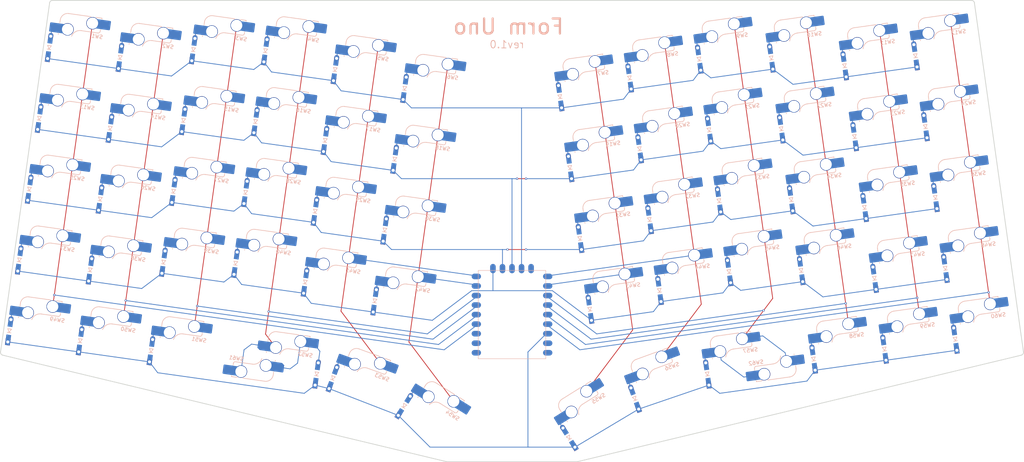
<source format=kicad_pcb>
(kicad_pcb (version 20240108) (generator "pcbnew") (generator_version "8.0")
  (title_block (title "Form Uno") (date "2024-07-29") (rev "1.0"))
  (layers (0 "F.Cu" signal) (31 "B.Cu" signal) (34 "B.Paste" user) (35 "F.Paste" user) (36 "B.SilkS" user "B.Silkscreen") (37 "F.SilkS" user "F.Silkscreen") (38 "B.Mask" user) (39 "F.Mask" user) (44 "Edge.Cuts" user))
  (net 0 "")
  (net 1 "Net-(D1-A)")
  (net 2 "row0")
  (net 3 "row1")
  (net 4 "Net-(D2-A)")
  (net 5 "Net-(D3-A)")
  (net 6 "row2")
  (net 7 "row3")
  (net 8 "Net-(D4-A)")
  (net 9 "row4")
  (net 10 "Net-(D5-A)")
  (net 11 "Net-(D6-A)")
  (net 12 "col0")
  (net 13 "Net-(D7-A)")
  (net 14 "col1")
  (net 15 "col2")
  (net 16 "Net-(D8-A)")
  (net 17 "Net-(D9-A)")
  (net 18 "col3")
  (net 19 "col4")
  (net 20 "Net-(D10-A)")
  (net 21 "Net-(D11-A)")
  (net 22 "col5")
  (net 23 "Net-(D12-A)")
  (net 24 "col6")
  (net 25 "col7")
  (net 26 "Net-(D13-A)")
  (net 27 "col8")
  (net 28 "Net-(D14-A)")
  (net 29 "Net-(D15-A)")
  (net 30 "col9")
  (net 31 "Net-(D16-A)")
  (net 32 "col10")
  (net 33 "Net-(D17-A)")
  (net 34 "col11")
  (net 35 "Net-(D18-A)")
  (net 36 "Net-(D19-A)")
  (net 37 "Net-(D20-A)")
  (net 38 "Net-(D21-A)")
  (net 39 "Net-(D22-A)")
  (net 40 "Net-(D23-A)")
  (net 41 "Net-(D24-A)")
  (net 42 "Net-(D25-A)")
  (net 43 "Net-(D26-A)")
  (net 44 "Net-(D27-A)")
  (net 45 "Net-(D28-A)")
  (net 46 "Net-(D29-A)")
  (net 47 "Net-(D30-A)")
  (net 48 "Net-(D31-A)")
  (net 49 "Net-(D32-A)")
  (net 50 "Net-(D33-A)")
  (net 51 "Net-(D34-A)")
  (net 52 "Net-(D35-A)")
  (net 53 "Net-(D36-A)")
  (net 54 "Net-(D37-A)")
  (net 55 "Net-(D38-A)")
  (net 56 "Net-(D39-A)")
  (net 57 "Net-(D40-A)")
  (net 58 "Net-(D41-A)")
  (net 59 "Net-(D42-A)")
  (net 60 "Net-(D43-A)")
  (net 61 "Net-(D44-A)")
  (net 62 "Net-(D45-A)")
  (net 63 "Net-(D46-A)")
  (net 64 "Net-(D47-A)")
  (net 65 "Net-(D48-A)")
  (net 66 "Net-(D49-A)")
  (net 67 "Net-(D50-A)")
  (net 68 "Net-(D51-A)")
  (net 69 "Net-(D52-A)")
  (net 70 "Net-(D53-A)")
  (net 71 "Net-(D54-A)")
  (net 72 "Net-(D55-A)")
  (net 73 "Net-(D56-A)")
  (net 74 "Net-(D57-A)")
  (net 75 "Net-(D58-A)")
  (net 76 "Net-(D59-A)")
  (net 77 "Net-(D60-A)")
  (footprint "kbd:D3_TH_SMD_v2" (layer "B.Cu") (at 164.00242 93.622177 98)
    (property "Reference" "D43" (hide yes))
    (property "Value" "D" (hide yes))
  )
  (footprint "kbd:D3_TH_SMD_v2" (layer "B.Cu") (at 198.417577 64.738921 98)
    (property "Reference" "D33" (hide yes))
    (property "Value" "D" (hide yes))
  )
  (footprint "kbd:D3_TH_SMD_v2" (layer "B.Cu") (at 258.656858 82.724014 98)
    (property "Reference" "D48" (hide yes))
    (property "Value" "D" (hide yes))
  )
  (footprint "kbd:D3_TH_SMD_v2" (layer "B.Cu") (at 12.064324 80.5016 82)
    (property "Reference" "D37" (hide yes))
    (property "Value" "D" (hide yes))
  )
  (footprint "kbd:D3_TH_SMD_v2" (layer "B.Cu") (at 53.107595 62.223339 82)
    (property "Reference" "D27" (hide yes))
    (property "Value" "D" (hide yes))
  )
  (footprint "marbastlib-mx:SW_MX_HS_CPG151101S11_1u" (layer "B.Cu") (at 182.46848 111.939017 -160)
    (property "Reference" "SW56")
    (property "Value" "SW_Push")
  )
  (footprint "kbd:D3_TH_SMD_v2" (layer "B.Cu") (at 36.231424 45.42363 82)
    (property "Reference" "D14" (hide yes))
    (property "Value" "D" (hide yes))
  )
  (footprint "kbd:D3_TH_SMD_v2" (layer "B.Cu") (at 220.264835 83.31036 98)
    (property "Reference" "D46" (hide yes))
    (property "Value" "D" (hide yes))
  )
  (footprint "marbastlib-mx:SW_MX_HS_CPG151101S11_1u" (layer "B.Cu") (at 83.266663 41.880245 172)
    (property "Reference" "SW16")
    (property "Value" "SW_Push")
  )
  (footprint "kbd:D3_TH_SMD_v2" (layer "B.Cu") (at 9.413073 99.366209 82)
    (property "Reference" "D49" (hide yes))
    (property "Value" "D" (hide yes))
  )
  (footprint "marbastlib-mx:SW_MX_HS_CPG151101S11_1u" (layer "B.Cu") (at 182.083367 28.024964 -172)
    (property "Reference" "SW8")
    (property "Value" "SW_Push")
  )
  (footprint "kbd:D3_TH_SMD_v2" (layer "B.Cu") (at 14.715568 61.636994 82)
    (property "Reference" "D25" (hide yes))
    (property "Value" "D" (hide yes))
  )
  (footprint "marbastlib-mx:SW_MX_HS_CPG151101S11_1u" (layer "B.Cu") (at 104.065998 111.939015 160)
    (property "Reference" "SW53")
    (property "Value" "SW_Push")
  )
  (footprint "marbastlib-mx:SW_MX_HS_CPG151101S11_1u" (layer "B.Cu") (at 200.616569 23.015644 -172)
    (property "Reference" "SW9")
    (property "Value" "SW_Push")
  )
  (footprint "marbastlib-mx:SW_MX_HS_CPG151101S11_1u" (layer "B.Cu") (at 190.03711 84.618783 -172)
    (property "Reference" "SW44")
    (property "Value" "SW_Push")
  )
  (footprint "marbastlib-mx:SW_MX_HS_CPG151101S11_1u" (layer "B.Cu") (at 17.724883 97.594556 172)
    (property "Reference" "SW49")
    (property "Value" "SW_Push")
  )
  (footprint "marbastlib-mx:SW_MX_HS_CPG151101S11_1u" (layer "B.Cu") (at 212.215775 105.548298 8)
    (property "Reference" "SW62")
    (property "Value" "SW_Push")
  )
  (footprint "kbd:D3_TH_SMD_v2" (layer "B.Cu") (at 239.792258 85.375259 98)
    (property "Reference" "D47" (hide yes))
    (property "Value" "D" (hide yes))
  )
  (footprint "marbastlib-mx:SW_MX_HS_CPG151101S11_1u" (layer "B.Cu") (at 187.385856 65.754181 -172)
    (property "Reference" "SW32")
    (property "Value" "SW_Push")
  )
  (footprint "kbd:D3_TH_SMD_v2" (layer "B.Cu") (at 234.489761 47.646046 98)
    (property "Reference" "D23" (hide yes))
    (property "Value" "D" (hide yes))
  )
  (footprint "marbastlib-mx:SW_MX_HS_CPG151101S11_1u" (layer "B.Cu") (at 120.333068 51.898897 172)
    (property "Reference" "SW18")
    (property "Value" "SW_Push")
  )
  (footprint "kbd:D3_TH_SMD_v2" (layer "B.Cu") (at 88.185562 86.390441 82)
    (property "Reference" "D41" (hide yes))
    (property "Value" "D" (hide yes))
  )
  (footprint "kbd:D3_TH_SMD_v2" (layer "B.Cu") (at 58.410091 24.494127 82)
    (property "Reference" "D3" (hide yes))
    (property "Value" "D" (hide yes))
  )
  (footprint "kbd:D3_TH_SMD_v2" (layer "B.Cu") (at 175.961326 117.405456 110)
    (property "Reference" "D56" (hide yes))
    (property "Value" "D" (hide yes))
  )
  (footprint "marbastlib-mx:SW_MX_HS_CPG151101S11_1u" (layer "B.Cu") (at 39.240741 81.381196 172)
    (property "Reference" "SW38")
    (property "Value" "SW_Push")
  )
  (footprint "kbd:D3_TH_SMD_v2" (layer "B.Cu") (at 112.021254 53.670549 82)
    (property "Reference" "D18" (hide yes))
    (property "Value" "D" (hide yes))
  )
  (footprint "marbastlib-mx:SW_MX_HS_CPG151101S11_1u" (layer "B.Cu") (at 168.852659 70.763503 -172)
    (property "Reference" "SW31")
    (property "Value" "SW_Push")
  )
  (footprint "kbd:D3_TH_SMD_v2" (layer "B.Cu") (at 20.018063 23.907777 82)
    (property "Reference" "D1" (hide yes))
    (property "Value" "D" (hide yes))
  )
  (footprint "marbastlib-mx:SW_MX_HS_CPG151101S11_1u" (layer "B.Cu") (at 44.543229 43.651978 172)
    (property "Reference" "SW14")
    (property "Value" "SW_Push")
  )
  (footprint "kbd:D3_TH_SMD_v2" (layer "B.Cu") (at 114.570154 119.354919 58)
    (property "Reference" "D54" (hide yes))
    (property "Value" "D" (hide yes))
  )
  (footprint "marbastlib-mx:SW_MX_HS_CPG151101S11_1u" (layer "B.Cu") (at 122.984313 33.034283 172)
    (property "Reference" "SW6")
    (property "Value" "SW_Push")
  )
  (footprint "marbastlib-mx:SW_MX_HS_CPG151101S11_1u" (layer "B.Cu") (at 77.964167 79.609457 172)
    (property "Reference" "SW40")
    (property "Value" "SW_Push")
  )
  (footprint "marbastlib-mx:SW_MX_HS_CPG151101S11_1u" (layer "B.Cu") (at 163.65051 121.117153 -148)
    (property "Reference" "SW55")
    (property "Value" "SW_Push")
  )
  (footprint "marbastlib-mx:SW_MX_HS_CPG151101S11_1u" (layer "B.Cu") (at 222.463827 41.587075 -172)
    (property "Reference" "SW22")
    (property "Value" "SW_Push")
  )
  (footprint "marbastlib-mx:SW_MX_HS_CPG151101S11_1u" (layer "B.Cu") (at 117.681817 70.7635 172)
    (property "Reference" "SW30")
    (property "Value" "SW_Push")
  )
  (footprint "marbastlib-mx:SW_MX_HS_CPG151101S11_1u" (layer "B.Cu") (at 231.080383 102.897052 -172)
    (property "Reference" "SW58")
    (property "Value" "SW_Push")
  )
  (footprint "marbastlib-mx:SW_MX_HS_CPG151101S11_1u" (layer "B.Cu") (at 101.79986 46.88957 172)
    (property "Reference" "SW17")
    (property "Value" "SW_Push")
  )
  (footprint "kbd:D3_TH_SMD_v2" (layer "B.Cu") (at 158.699925 55.892961 98)
    (property "Reference" "D19" (hide yes))
    (property "Value" "D" (hide yes))
  )
  (footprint "marbastlib-mx:SW_MX_HS_CPG151101S11_1u" (layer "B.Cu") (at 208.570311 79.609457 -172)
    (property "Reference" "SW45")
    (property "Value" "SW_Push")
  )
  (footprint "marbastlib-mx:SW_MX_HS_CPG151101S11_1u" (layer "B.Cu") (at 205.919065 60.744851 -172)
    (property "Reference" "SW33")
    (property "Value" "SW_Push")
  )
  (footprint "kbd:D3_TH_SMD_v2" (layer "B.Cu") (at 214.96234 45.581144 98)
    (property "Reference" "D22" (hide yes))
    (property "Value" "D" (hide yes))
  )
  (footprint "kbd:D3_TH_SMD_v2" (layer "B.Cu") (at 256.005614 63.859408 98)
    (property "Reference" "D36" (hide yes))
    (property "Value" "D" (hide yes))
  )
  (footprint "kbd:D3_TH_SMD_v2" (layer "B.Cu") (at 30.928928 83.152845 82)
    (property "Reference" "D38" (hide yes))
    (property "Value" "D" (hide yes))
  )
  (footprint "kbd:D3_TH_SMD_v2" (layer "B.Cu") (at 201.068821 83.603531 98)
    (property "Reference" "D45" (hide yes))
    (property "Value" "D" (hide yes))
  )
  (footprint "kbd:D3_TH_SMD_v2" (layer "B.Cu") (at 179.884371 69.748251 98)
    (property "Reference" "D32" (hide yes))
    (property "Value" "D" (hide yes))
  )
  (footprint "marbastlib-mx:SW_MX_HS_CPG151101S11_1u" (layer "B.Cu") (at 241.991247 43.65198 -172)
    (property "Reference" "SW23")
    (property "Value" "SW_Push")
  )
  (footprint "marbastlib-mx:SW_MX_HS_CPG151101S11_1u" (layer "B.Cu") (at 166.201414 51.898896 -172)
    (property "Reference" "SW19")
    (property "Value" "SW_Push")
  )
  (footprint "kbd:D3_TH_SMD_v2" (layer "B.Cu") (at 38.88267 26.559028 82)
    (property "Reference" "D2" (hide yes))
    (property "Value" "D" (hide yes))
  )
  (footprint "kbd:D3_TH_SMD_v2" (layer "B.Cu") (at 55.758838 43.358732 82)
    (property "Reference" "D15" (hide yes))
    (property "Value" "D" (hide yes))
  )
  (footprint "kbd:D3_TH_SMD_v2" (layer "B.Cu") (at 158.422092 127.817045 122)
    (property "Reference" "D55" (hide yes))
    (property "Value" "D" (hide yes))
  )
  (footprint "kbd:D3_TH_SMD_v2" (layer "B.Cu") (at 231.838513 28.781443 98)
    (property "Reference" "D11" (hide yes))
    (property "Value" "D" (hide yes))
  )
  (footprint "kbd:D3_TH_SMD_v2" (layer "B.Cu") (at 174.581877 32.019034 98)
    (property "Reference" "D8" (hide yes))
    (property "Value" "D" (hide yes))
  )
  (footprint "marbastlib-mx:SW_MX_HS_CPG151101S11_1u" (layer "B.Cu") (at 184.734615 46.889569 -172)
    (property "Reference" "SW20")
    (property "Value" "SW_Push")
  )
  (footprint "kbd:D3_TH_SMD_v2" (layer "B.Cu") (at 77.606098 24.787294 82)
    (property "Reference" "D4" (hide yes))
    (property "Value" "D" (hide yes))
  )
  (footprint "kbd:D3_TH_SMD_v2" (layer "B.Cu") (at 195.281985 110.867988 98)
    (property "Reference" "D57" (hide yes))
    (property "Value" "D" (hide yes))
  )
  (footprint "marbastlib-mx:SW_MX_HS_CPG151101S11_1u" (layer "B.Cu") (at 99.14862 65.754173 172)
    (property "Reference" "SW29")
    (property "Value" "SW_Push")
  )
  (footprint "marbastlib-mx:SW_MX_HS_CPG151101S11_1u" (layer "B.Cu") (at 80.615414 60.744859 172)
    (property "Reference" "SW28")
    (property "Value" "SW_Push")
  )
  (footprint "kbd:D3_TH_SMD_v2" (layer "B.Cu") (at 223.578896 106.891117 98)
    (property "Reference" "D58" (hide yes))
    (property "Value" "D" (hide yes))
  )
  (footprint "marbastlib-mx:SW_MX_HS_CPG151101S11_1u" (layer "B.Cu") (at 104.451114 28.024964 172)
    (property "Reference" "SW5")
    (property "Value" "SW_Push")
  )
  (footprint "marbastlib-mx:SW_MX_HS_CPG151101S11_1u" (layer "B.Cu") (at 20.37613 78.729945 172)
    (property "Reference" "SW37")
    (property "Value" "SW_Push")
  )
  (footprint "kbd:D3_TH_SMD_v2" (layer "B.Cu") (at 91.252787 110.868028 82)
    (property "Reference" "D52" (hide yes))
    (property "Value" "D" (hide yes))
  )
  (footprint "kbd:D3_TH_SMD_v2" (layer "B.Cu") (at 72.303606 62.51651 82)
    (property "Reference" "D28" (hide yes))
    (property "Value" "D" (hide yes))
  )
  (footprint "marbastlib-mx:SW_MX_HS_CPG151101S11_1u" (layer "B.Cu") (at 225.115076 60.451683 -172)
    (property "Reference" "SW34")
    (property "Value" "SW_Push")
  )
  (footprint "marbastlib-mx:SW_MX_HS_CPG151101S11_1u" (layer "B.Cu") (at 227.766323 79.316291 -172)
    (property "Reference" "SW46")
    (property "Value" "SW_Push")
  )
  (footprint "marbastlib-mx:SW_MX_HS_CPG151101S11_1u" (layer "B.Cu") (at 219.812578 22.722469 -172)
    (property "Reference" "SW10")
    (property "Value" "SW_Push")
  )
  (footprint "marbastlib-mx:SW_MX_HS_CPG151101S11_1u" (layer "B.Cu") (at 96.497373 84.618787 172)
    (property "Reference" "SW41")
    (property "Value" "SW_Push")
  )
  (footprint "kbd:D3_TH_SMD_v2" (layer "B.Cu") (at 212.311093 26.716537 98)
    (property "Reference" "D10" (hide yes))
    (property "Value" "D" (hide yes))
  )
  (footprint "kbd:D3_TH_SMD_v2" (layer "B.Cu") (at 114.672502 34.80594 82)
    (property "Reference" "D6" (hide yes))
    (property "Value" "D" (hide yes))
  )
  (footprint "kbd:D3_TH_SMD_v2" (layer "B.Cu") (at 177.233123 50.883642 98)
    (property "Reference" "D20" (hide yes))
    (property "Value" "D" (hide yes))
  )
  (footprint "kbd:D3_TH_SMD_v2" (layer "B.Cu") (at 217.613587 64.445747 98)
    (property "Reference" "D34" (hide yes))
    (property "Value" "D" (hide yes))
  )
  (footprint "marbastlib-mx:SW_MX_HS_CPG151101S11_1u" (layer "B.Cu") (at 25.678622 41.000735 172)
    (property "Reference" "SW13")
    (property "Value" "SW_Push")
  )
  (footprint "marbastlib-mx:SW_MX_HS_CPG151101S11_1u" (layer "B.Cu") (at 58.768154 79.316292 172)
    (property "Reference" "SW39")
    (property "Value" "SW_Push")
  )
  (footprint "marbastlib-mx:SW_MX_HS_CPG151101S11_1u" (layer "B.Cu") (at 66.721895 22.722472 172)
    (property "Reference" "SW3")
    (property "Value" "SW_Push")
  )
  (footprint "marbastlib-mx:SW_MX_HS_CPG151101S11_1u" (layer "B.Cu") (at 36.589488 100.245804 172)
    (property "Reference" "SW50")
    (property "Value" "SW_Push")
  )
  (footprint "rp2040-tiny:rp2040-tiny" (layer "B.Cu") (at 143.267238 95.055159)
    (property "Reference" "U1" (hide yes))
    (property "Value" "rp2040-zero" (hide yes))
  )
  (footprint "marbastlib-mx:SW_MX_HS_CPG151101S11_1u" (layer "B.Cu") (at 64.07065 41.587074 172)
    (property "Reference" "SW15")
    (property "Value" "SW_Push")
  )
  (footprint "kbd:D3_TH_SMD_v2" (layer "B.Cu") (at 161.35117 74.757571 98)
    (property "Reference" "D31" (hide yes))
    (property "Value" "D" (hide yes))
  )
  (footprint "marbastlib-mx:SW_MX_HS_CPG151101S11_1u" (layer "B.Cu") (at 23.027381 59.865341 172)
    (property "Reference" "SW25")
    (property "Value" "SW_Push")
  )
  (footprint "kbd:D3_TH_SMD_v2" (layer "B.Cu") (at 250.703118 26.130192 98)
    (property "Reference" "D12" (hide yes))
    (property "Value" "D" (hide yes))
  )
  (footprint "kbd:D3_TH_SMD_v2" (layer "B.Cu") (at 90.836809 67.525834 82)
    (property "Reference" "D29" (hide yes))
    (property "Value" "D" (hide yes))
  )
  (footprint "marbastlib-mx:SW_MX_HS_CPG151101S11_1u" (layer "B.Cu") (at 247.293744 81.381189 -172)
    (property "Reference" "SW47")
    (property "Value" "SW_Push")
  )
  (footprint "marbastlib-mx:SW_MX_HS_CPG151101S11_1u" (layer "B.Cu") (at 203.267814 41.88025 -172)
    (property "Reference" "SW21")
    (property "Value" "SW_Push")
  )
  (footprint "marbastlib-mx:SW_MX_HS_CPG151101S11_1u" (layer "B.Cu") (at 163.550163 33.034291 -172)
    (property "Reference" "SW7")
    (property "Value" "SW_Push")
  )
  (footprint "kbd:D3_TH_SMD_v2" (layer "B.Cu") (at 109.370006 72.535153 82)
    (property "Reference" "D30" (hide yes))
    (property "Value" "D" (hide yes))
  )
  (footprint "marbastlib-mx:SW_MX_HS_CPG151101S11_1u" (layer "B.Cu") (at 115.030567 89.628104 172)
    (property "Reference" "SW42")
    (property "Value" "SW_Push")
  )
  (footprint "kbd:D3_TH_SMD_v2" (layer "B.Cu") (at 195.766328 45.874314 98)
    (property "Reference" "D21" (hide yes))
    (property "Value" "D" (hide yes))
  )
  (footprint "marbastlib-mx:SW_MX_HS_CPG151101S11_1u" (layer "B.Cu") (at 74.318705 105.548295 -8)
    (property "Reference" "SW61")
    (property "Value" "SW_Push")
  )
  (footprint "marbastlib-mx:SW_MX_HS_CPG151101S11_1u" (layer "B.Cu") (at 266.158351 78.729945 -172)
    (property "Reference" "SW48")
    (property "Value" "SW_Push")
  )
  (footprint "marbastlib-mx:SW_MX_HS_CPG151101S11_1u" (layer "B.Cu") (at 171.503905 89.628112 -172)
    (property "Reference" "SW43")
    (property "Value" "SW_Push")
  )
  (footprint "kbd:D3_TH_SMD_v2" (layer "B.Cu") (at 93.488058 48.661224 82)
    (property "Reference" "D17" (hide yes))
    (property "Value" "D" (hide yes))
  )
  (footprint "marbastlib-mx:SW_MX_HS_CPG151101S11_1u" (layer "B.Cu") (at 47.19448 24.787373 172)
    (property "Reference" "SW2")
    (property "Value" "SW_Push")
  )
  (footprint "marbastlib-mx:SW_MX_HS_CPG151101S11_1u" (layer "B.Cu") (at 61.4194 60.45168 172)
    (property "Reference" "SW27")
    (property "Value" "SW_Push")
  )
  (footprint "marbastlib-mx:SW_MX_HS_CPG151101S11_1u" (layer "B.Cu") (at 258.204608 22.136128 -172)
    (property "Reference" "SW12")
    (property "Value" "SW_Push")
  )
  (footprint "kbd:D3_TH_SMD_v2" (layer "B.Cu") (at 261.308108 101.588623 98)
    (property "Reference" "D60" (hide yes))
    (property "Value" "D" (hide yes))
  )
  (footprint "kbd:D3_TH_SMD_v2" (layer "B.Cu") (at 69.652359 81.381116 82)
    (property "Reference" "D40" (hide yes))
    (property "Value" "D" (hide yes))
  )
  (footprint "kbd:D3_TH_SMD_v2" (layer "B.Cu") (at 17.366823 42.772387 82)
    (property "Reference" "D13" (hide yes))
    (property "Value" "D" (hide yes))
  )
  (footprint "kbd:D3_TH_SMD_v2" (layer "B.Cu") (at 96.139305 29.796621 82)
    (property "Reference" "D5" (hide yes))
    (property "Value" "D" (hide yes))
  )
  (footprint "marbastlib-mx:SW_MX_HS_CPG151101S11_1u" (layer "B.Cu") (at 268.809598 97.594551 -172)
    (property "Reference" "SW60")
    (property "Value" "SW_Push")
  )
  (footprint "kbd:D3_TH_SMD_v2" (layer "B.Cu") (at 50.456347 81.087943 82)
    (property "Reference" "D39" (hide yes))
    (property "Value" "D" (hide yes))
  )
  (footprint "marbastlib-mx:SW_MX_HS_CPG151101S11_1u" (layer "B.Cu") (at 41.891989 62.516586 172)
    (property "Reference" "SW26")
    (property "Value" "SW_Push")
  )
  (footprint "marbastlib-mx:SW_MX_HS_CPG151101S11_1u" (layer "B.Cu") (at 260.855849 41.000732 -172)
    (property "Reference" "SW24")
    (property "Value" "SW_Push")
  )
  (footprint "kbd:D3_TH_SMD_v2" (layer "B.Cu") (at 156.048681 37.028358 98)
    (property "Reference" "D7" (hide yes))
    (property "Value" "D" (hide yes))
  )
  (footprint "kbd:D3_TH_SMD_v2" (layer "B.Cu") (at 95.567475 111.943834 70)
    (property "Reference" "D53" (hide yes))
    (property "Value" "D" (hide yes))
  )
  (footprint "kbd:D3_TH_SMD_v2" (layer "B.Cu") (at 28.27768 102.017453 82)
    (property "Reference" "D50" (hide yes))
    (property "Value" "D" (hide yes))
  )
  (footprint "kbd:D3_TH_SMD_v2" (layer "B.Cu") (at 106.71876 91.399764 82)
    (property "Reference" "D42" (hide yes))
    (property "Value" "D" (hide yes))
  )
  (footprint "marbastlib-mx:SW_MX_HS_CPG151101S11_1u" (layer "B.Cu") (at 202.783474 106.873922 -172)
    (property "Reference" "SW57")
    (property "Value" "SW_Push")
  )
  (footprint "kbd:D3_TH_SMD_v2" (layer "B.Cu") (at 33.580177 64.288245 82)
    (property "Reference" "D26" (hide yes))
    (property "Value" "D" (hide yes))
  )
  (footprint "kbd:D3_TH_SMD_v2" (layer "B.Cu") (at 253.354362 44.994797 98)
    (property "Reference" "D24" (hide yes))
    (property "Value" "D" (hide yes))
  )
  (footprint "marbastlib-mx:SW_MX_HS_CPG151101S11_1u" (layer "B.Cu") (at 85.917913 23.01564 172)
    (property "Reference" "SW4")
    (property "Value" "SW_Push")
  )
  (footprint "marbastlib-mx:SW_MX_HS_CPG151101S11_1u" (layer "B.Cu") (at 28.329873 22.136124 172)
    (property "Reference" "SW1")
    (property "Value" "SW_Push")
  )
  (footprint "kbd:D3_TH_SMD_v2" (layer "B.Cu") (at 74.954858 43.651904 82)
    (property "Reference" "D16" (hide yes))
    (property "Value" "D" (hide yes))
  )
  (footprint "marbastlib-mx:SW_MX_HS_CPG151101S11_1u" (layer "B.Cu") (at 55.454099 102.897049 172)
    (property "Reference" "SW51")
    (property "Value" "SW_Push")
  )
  (footprint "marbastlib-mx:SW_MX_HS_CPG151101S11_1u" (layer "B.Cu") (at 263.507099 59.865337 -172)
    (property "Reference" "SW36")
    (property "Value" "SW_Push")
  )
  (footprint "kbd:D3_TH_SMD_v2" (layer "B.Cu") (at 242.443502 104.239864 98)
    (property "Reference" "D59" (hide yes))
    (property "Value" "D" (hide yes))
  )
  (footprint "marbastlib-mx:SW_MX_HS_CPG151101S11_1u" (layer "B.Cu") (at 122.88397 121.117154 148)
    (property "Reference" "SW54")
    (property "Value" "SW_Push")
  )
  (footprint "kbd:D3_TH_SMD_v2" (layer "B.Cu") (at 182.535617 88.612853 98)
    (property "Reference" "D44" (hide yes))
    (property "Value" "D" (hide yes))
  )
  (footprint "marbastlib-mx:SW_MX_HS_CPG151101S11_1u" (layer "B.Cu") (at 244.642497 62.516588 -172)
    (property "Reference" "SW35")
    (property "Value" "SW_Push")
  )
  (footprint "kbd:D3_TH_SMD_v2" (layer "B.Cu") (at 47.142288 104.668706 82)
    (property "Reference" "D51" (hide yes))
    (property "Value" "D" (hide yes))
  )
  (footprint "kbd:D3_TH_SMD_v2" (layer "B.Cu") (at 193.11508 27.009705 98)
    (property "Reference" "D9" (hide yes))
    (property "Value" "D" (hide yes))
  )
  (footprint "marbastlib-mx:SW_MX_HS_CPG151101S11_1u" (layer "B.Cu") (at 83.751007 106.873923 172)
    (property "Reference" "SW52")
    (property "Value" "SW_Push")
  )
  (footprint "marbastlib-mx:SW_MX_HS_CPG151101S11_1u" (layer "B.Cu") (at 239.34 24.787373 -172)
    (property "Reference" "SW11")
    (property "Value" "SW_Push")
  )
  (footprint "marbastlib-mx:SW_MX_HS_CPG151101S11_1u" (layer "B.Cu") (at 249.944994 100.245802 -172)
    (property "Reference" "SW59")
    (property "Value" "SW_Push")
  )
  (footprint "kbd:D3_TH_SMD_v2" (layer "B.Cu") (at 237.141009 66.510654 98)
    (property "Reference" "D35" (hide yes))
    (property "Value" "D" (hide yes))
  )
  (gr_line (start 265.637592 11.378197) (end 20.896889 11.378193) (stroke (width 0.2)) (layer "Edge.Cuts"))
  (gr_line (start 20.129431 12.045337) (end 7.064942 105.004032) (stroke (width 0.2)) (layer "Edge.Cuts"))
  (gr_line (start 160.620333 134.242286) (end 278.882906 105.865501) (stroke (width 0.2)) (layer "Edge.Cuts"))
  (gr_arc (start 279.469539 105.004032) (mid 279.342637 105.548088) (end 278.882906 105.865501) (stroke (width 0.2)) (layer "Edge.Cuts"))
  (gr_arc (start 7.651572 105.865503) (mid 7.191858 105.548072) (end 7.064942 105.004032) (stroke (width 0.2)) (layer "Edge.Cuts"))
  (gr_line (start 279.469539 105.004032) (end 266.405048 12.045339) (stroke (width 0.2)) (layer "Edge.Cuts"))
  (gr_arc (start 265.637592 11.378197) (mid 266.146052 11.568292) (end 266.405048 12.045339) (stroke (width 0.2)) (layer "Edge.Cuts"))
  (gr_line (start 7.651572 105.865503) (end 125.914148 134.242289) (stroke (width 0.2)) (layer "Edge.Cuts"))
  (gr_line (start 125.914148 134.242289) (end 160.620333 134.242286) (stroke (width 0.2)) (layer "Edge.Cuts"))
  (gr_arc (start 20.129431 12.045337) (mid 20.388492 11.56835) (end 20.896889 11.378193) (stroke (width 0.2)) (layer "Edge.Cuts"))
  (gr_text "rev${REVISION}" (at 146.655336 24.291644 0) (layer "B.SilkS") (effects (font (size 2 2) (thickness 0.2)) (justify left bottom mirror)))
  (gr_text "${TITLE}" (at 157.370961 20.719769 0) (layer "B.SilkS") (effects (font (size 4 4) (thickness 0.6)) (justify left bottom mirror)))
  (segment (start 20.689833 19.127919) (end 21.395 18.596531) (width 0.2) (layer "B.Cu") (net 1))
  (segment (start 20.435586 20.936981) (end 20.689833 19.127919) (width 0.2) (layer "B.Cu") (net 1))
  (segment (start 145.807237 40.002643) (end 145.803755 39.999164) (width 0.2) (layer "B.Cu") (net 2))
  (segment (start 145.80724 40.002647) (end 145.803755 39.999164) (width 0.2) (layer "B.Cu") (net 2))
  (segment (start 145.807235 83.305159) (end 145.807235 40.002652) (width 0.2) (layer "B.Cu") (net 2))
  (segment (start 218.107577 33.740681) (end 212.72861 29.68734) (width 0.2) (layer "B.Cu") (net 2))
  (segment (start 145.803755 39.999164) (end 156.466198 39.999161) (width 0.2) (layer "B.Cu") (net 2))
  (segment (start 114.254982 37.77675) (end 97.748454 35.456908) (width 0.2) (layer "B.Cu") (net 2))
  (segment (start 145.807235 40.002652) (end 145.80724 40.002647) (width 0.2) (layer "B.Cu") (net 2))
  (segment (start 38.465155 29.529832) (end 52.613608 31.51827) (width 0.2) (layer "B.Cu") (net 2))
  (segment (start 145.807238 83.395156) (end 145.80724 83.395156) (width 0.2) (layer "B.Cu") (net 2))
  (segment (start 116.477402 39.999158) (end 145.803755 39.999164) (width 0.2) (layer "B.Cu") (net 2))
  (segment (start 19.600542 26.878585) (end 38.465153 29.529833) (width 0.2) (layer "B.Cu") (net 2))
  (segment (start 97.748454 35.456908) (end 95.721787 32.767423) (width 0.2) (layer "B.Cu") (net 2))
  (segment (start 212.72861 29.68734) (end 196.222082 32.00718) (width 0.2) (layer "B.Cu") (net 2))
  (segment (start 95.721787 32.767423) (end 79.21525 30.447582) (width 0.2) (layer "B.Cu") (net 2))
  (segment (start 114.254983 37.77675) (end 116.477402 39.999158) (width 0.2) (layer "B.Cu") (net 2))
  (segment (start 196.222082 32.00718) (end 193.532598 29.980517) (width 0.2) (layer "B.Cu") (net 2))
  (segment (start 174.999397 34.989835) (end 191.505927 32.669997) (width 0.2) (layer "B.Cu") (net 2))
  (segment (start 172.972726 37.679318) (end 174.999397 34.989835) (width 0.2) (layer "B.Cu") (net 2))
  (segment (start 156.466198 39.999161) (end 172.972726 37.679318) (width 0.2) (layer "B.Cu") (net 2))
  (segment (start 251.120638 29.100997) (end 232.256033 31.752251) (width 0.2) (layer "B.Cu") (net 2))
  (segment (start 52.613608 31.51827) (end 57.992571 27.464929) (width 0.2) (layer "B.Cu") (net 2))
  (segment (start 232.256033 31.752251) (end 218.107577 33.740681) (width 0.2) (layer "B.Cu") (net 2))
  (segment (start 38.465153 29.529833) (end 38.465155 29.529832) (width 0.2) (layer "B.Cu") (net 2))
  (segment (start 191.505927 32.669997) (end 193.532598 29.980517) (width 0.2) (layer "B.Cu") (net 2))
  (segment (start 74.499105 29.78477) (end 77.188584 27.758102) (width 0.2) (layer "B.Cu") (net 2))
  (segment (start 57.992571 27.464929) (end 74.499105 29.78477) (width 0.2) (layer "B.Cu") (net 2))
  (segment (start 79.21525 30.447582) (end 77.188584 27.758102) (width 0.2) (layer "B.Cu") (net 2))
  (segment (start 144.613128 58.863769) (end 146.994376 58.863765) (width 0.2) (layer "F.Cu") (net 3))
  (via (at 144.613128 58.863769) (size 0.6) (drill 0.3) (layers "F.Cu" "B.Cu") (net 3))
  (via (at 146.994376 58.863765) (size 0.6) (drill 0.3) (layers "F.Cu" "B.Cu") (net 3))
  (segment (start 143.267238 83.305159) (end 143.267238 58.865624) (width 0.2) (layer "B.Cu") (net 3))
  (segment (start 234.907277 50.616852) (end 220.758823 52.605287) (width 0.2) (layer "B.Cu") (net 3))
  (segment (start 76.564005 49.312191) (end 74.537336 46.622708) (width 0.2) (layer "B.Cu") (net 3))
  (segment (start 253.771883 47.965603) (end 234.90728 50.616847) (width 0.2) (layer "B.Cu") (net 3))
  (segment (start 113.826147 58.863767) (end 143.265385 58.863769) (width 0.2) (layer "B.Cu") (net 3))
  (segment (start 49.962355 50.382874) (end 55.341322 46.329537) (width 0.2) (layer "B.Cu") (net 3))
  (segment (start 35.813902 48.394442) (end 49.962355 50.382874) (width 0.2) (layer "B.Cu") (net 3))
  (segment (start 177.650645 53.854447) (end 194.157177 51.534604) (width 0.2) (layer "B.Cu") (net 3))
  (segment (start 146.994376 58.863764) (end 146.994376 58.863765) (width 0.2) (layer "B.Cu") (net 3))
  (segment (start 215.379859 48.55195) (end 198.873332 50.871792) (width 0.2) (layer "B.Cu") (net 3))
  (segment (start 55.341322 46.329537) (end 71.847856 48.649379) (width 0.2) (layer "B.Cu") (net 3))
  (segment (start 175.623977 56.543924) (end 177.650645 53.854447) (width 0.2) (layer "B.Cu") (net 3))
  (segment (start 198.873332 50.871792) (end 196.183852 48.84512) (width 0.2) (layer "B.Cu") (net 3))
  (segment (start 143.267238 58.865624) (end 143.265385 58.863769) (width 0.2) (layer "B.Cu") (net 3))
  (segment (start 111.603734 56.641349) (end 95.097202 54.321513) (width 0.2) (layer "B.Cu") (net 3))
  (segment (start 95.097202 54.321513) (end 93.070539 51.632028) (width 0.2) (layer "B.Cu") (net 3))
  (segment (start 93.070539 51.632028) (end 76.564005 49.312191) (width 0.2) (layer "B.Cu") (net 3))
  (segment (start 234.90728 50.616847) (end 234.907277 50.616852) (width 0.2) (layer "B.Cu") (net 3))
  (segment (start 16.949299 45.743191) (end 35.813902 48.394442) (width 0.2) (layer "B.Cu") (net 3))
  (segment (start 143.265385 58.863769) (end 144.613128 58.863769) (width 0.2) (layer "B.Cu") (net 3))
  (segment (start 71.847856 48.649379) (end 74.537336 46.622708) (width 0.2) (layer "B.Cu") (net 3))
  (segment (start 159.117442 58.863767) (end 146.994376 58.863764) (width 0.2) (layer "B.Cu") (net 3))
  (segment (start 194.157177 51.534604) (end 196.183852 48.84512) (width 0.2) (layer "B.Cu") (net 3))
  (segment (start 159.117442 58.863769) (end 175.623977 56.543924) (width 0.2) (layer "B.Cu") (net 3))
  (segment (start 220.758823 52.605287) (end 215.379859 48.55195) (width 0.2) (layer "B.Cu") (net 3))
  (segment (start 111.603734 56.641348) (end 113.826147 58.863767) (width 0.2) (layer "B.Cu") (net 3))
  (segment (start 39.300187 23.588223) (end 39.55444 21.779161) (width 0.2) (layer "B.Cu") (net 4))
  (segment (start 39.55444 21.779161) (end 40.259603 21.247778) (width 0.2) (layer "B.Cu") (net 4))
  (segment (start 58.82761 21.523324) (end 59.081857 19.714258) (width 0.2) (layer "B.Cu") (net 5))
  (segment (start 59.081857 19.714258) (end 59.787021 19.182874) (width 0.2) (layer "B.Cu") (net 5))
  (segment (start 146.991474 77.728802) (end 146.991909 77.728379) (width 0.2) (layer "F.Cu") (net 6))
  (segment (start 142.075604 77.728806) (end 146.991474 77.728802) (width 0.2) (layer "F.Cu") (net 6))
  (via (at 142.075604 77.728806) (size 0.6) (drill 0.3) (layers "F.Cu" "B.Cu") (net 6))
  (via (at 146.991909 77.728379) (size 0.6) (drill 0.3) (layers "F.Cu" "B.Cu") (net 6))
  (segment (start 73.912761 68.176796) (end 90.419289 70.496638) (width 0.2) (layer "B.Cu") (net 6))
  (segment (start 90.419289 70.496638) (end 92.445956 73.186122) (width 0.2) (layer "B.Cu") (net 6))
  (segment (start 14.298053 64.607803) (end 33.16266 67.259046) (width 0.2) (layer "B.Cu") (net 6))
  (segment (start 237.558527 69.481458) (end 223.410071 71.469892) (width 0.2) (layer "B.Cu") (net 6))
  (segment (start 256.423128 66.830212) (end 237.558526 69.481458) (width 0.2) (layer "B.Cu") (net 6))
  (segment (start 178.275222 75.408534) (end 180.301891 72.719055) (width 0.2) (layer "B.Cu") (net 6))
  (segment (start 108.952492 75.50596) (end 111.174906 77.728375) (width 0.2) (layer "B.Cu") (net 6))
  (segment (start 140.725696 77.728376) (end 142.074759 77.728379) (width 0.2) (layer "B.Cu") (net 6))
  (segment (start 69.196607 67.513981) (end 71.886093 65.487313) (width 0.2) (layer "B.Cu") (net 6))
  (segment (start 140.727236 77.729916) (end 140.725696 77.728376) (width 0.2) (layer "B.Cu") (net 6))
  (segment (start 71.886093 65.487313) (end 73.912761 68.176796) (width 0.2) (layer "B.Cu") (net 6))
  (segment (start 237.558526 69.481458) (end 237.558527 69.481458) (width 0.2) (layer "B.Cu") (net 6))
  (segment (start 92.445956 73.186122) (end 108.952492 75.50596) (width 0.2) (layer "B.Cu") (net 6))
  (segment (start 142.075179 77.728372) (end 142.075604 77.728806) (width 0.2) (layer "B.Cu") (net 6))
  (segment (start 140.727236 83.305158) (end 140.727236 77.729916) (width 0.2) (layer "B.Cu") (net 6))
  (segment (start 196.808422 70.399207) (end 198.835096 67.709725) (width 0.2) (layer "B.Cu") (net 6))
  (segment (start 218.031106 67.416554) (end 201.524577 69.736399) (width 0.2) (layer "B.Cu") (net 6))
  (segment (start 111.174906 77.728375) (end 140.725696 77.728376) (width 0.2) (layer "B.Cu") (net 6))
  (segment (start 142.074759 77.728379) (end 142.075179 77.728372) (width 0.2) (layer "B.Cu") (net 6))
  (segment (start 201.524577 69.736399) (end 198.835096 67.709725) (width 0.2) (layer "B.Cu") (net 6))
  (segment (start 161.768692 77.728377) (end 178.275222 75.408534) (width 0.2) (layer "B.Cu") (net 6))
  (segment (start 52.690076 65.194139) (end 69.196607 67.513981) (width 0.2) (layer "B.Cu") (net 6))
  (segment (start 140.727238 77.729918) (end 140.727236 77.729919) (width 0.2) (layer "B.Cu") (net 6))
  (segment (start 47.311112 69.247483) (end 52.690076 65.194139) (width 0.2) (layer "B.Cu") (net 6))
  (segment (start 140.727236 77.729919) (end 140.725696 77.728376) (width 0.2) (layer "B.Cu") (net 6))
  (segment (start 161.768691 77.728374) (end 146.991909 77.728379) (width 0.2) (layer "B.Cu") (net 6))
  (segment (start 180.301891 72.719055) (end 196.808422 70.399207) (width 0.2) (layer "B.Cu") (net 6))
  (segment (start 33.16266 67.259046) (end 47.311112 69.247483) (width 0.2) (layer "B.Cu") (net 6))
  (segment (start 223.410071 71.469892) (end 218.031106 67.416554) (width 0.2) (layer "B.Cu") (net 6))
  (segment (start 138.187238 83.305159) (end 138.187238 88.692714) (width 0.2) (layer "B.Cu") (net 7))
  (segment (start 87.76804 89.361242) (end 71.261508 87.041405) (width 0.2) (layer "B.Cu") (net 7))
  (segment (start 30.511409 86.123648) (end 44.659863 88.112084) (width 0.2) (layer "B.Cu") (net 7))
  (segment (start 204.175819 88.601005) (end 201.486345 86.574333) (width 0.2) (layer "B.Cu") (net 7))
  (segment (start 138.187238 88.692714) (end 154.022921 88.692716) (width 0.2) (layer "B.Cu") (net 7))
  (segment (start 164.419941 96.592982) (end 180.92647 94.273138) (width 0.2) (layer "B.Cu") (net 7))
  (segment (start 220.682356 86.281161) (end 204.175819 88.601005) (width 0.2) (layer "B.Cu") (net 7))
  (segment (start 50.03883 84.058748) (end 66.545357 86.378591) (width 0.2) (layer "B.Cu") (net 7))
  (segment (start 259.074381 85.694819) (end 240.209776 88.346069) (width 0.2) (layer "B.Cu") (net 7))
  (segment (start 182.953143 91.583657) (end 199.459671 89.263818) (width 0.2) (layer "B.Cu") (net 7))
  (segment (start 199.459671 89.263818) (end 201.486345 86.574333) (width 0.2) (layer "B.Cu") (net 7))
  (segment (start 240.209774 88.346069) (end 226.061318 90.334504) (width 0.2) (layer "B.Cu") (net 7))
  (segment (start 240.209776 88.346069) (end 240.209774 88.346069) (width 0.2) (layer "B.Cu") (net 7))
  (segment (start 66.545357 86.378591) (end 69.234843 84.351924) (width 0.2) (layer "B.Cu") (net 7))
  (segment (start 138.187239 83.395157) (end 138.187238 83.395155) (width 0.2) (layer "B.Cu") (net 7))
  (segment (start 71.261508 87.041405) (end 69.234843 84.351924) (width 0.2) (layer "B.Cu") (net 7))
  (segment (start 44.659863 88.112084) (end 50.03883 84.058748) (width 0.2) (layer "B.Cu") (net 7))
  (segment (start 106.301242 94.370568) (end 89.794714 92.050727) (width 0.2) (layer "B.Cu") (net 7))
  (segment (start 89.794714 92.050727) (end 87.76804 89.361242) (width 0.2) (layer "B.Cu") (net 7))
  (segment (start 164.419939 96.592983) (end 164.409635 96.519664) (width 0.2) (layer "B.Cu") (net 7))
  (segment (start 11.646804 83.472402) (end 30.511409 86.123648) (width 0.2) (layer "B.Cu") (net 7))
  (segment (start 106.301241 94.370567) (end 122.041219 96.582676) (width 0.2) (layer "B.Cu") (net 7))
  (segment (start 164.364513 96.198599) (end 164.419939 96.592982) (width 0.2) (layer "B.Cu") (net 7))
  (segment (start 164.402528 96.469093) (end 164.419939 96.592983) (width 0.2) (layer "B.Cu") (net 7))
  (segment (start 164.409635 96.519664) (end 154.022921 88.692716) (width 0.2) (layer "B.Cu") (net 7))
  (segment (start 122.041219 96.582676) (end 132.511553 88.692714) (width 0.2) (layer "B.Cu") (net 7))
  (segment (start 138.187238 88.692714) (end 132.511553 88.692714) (width 0.2) (layer "B.Cu") (net 7))
  (segment (start 226.061318 90.334504) (end 220.682356 86.281161) (width 0.2) (layer "B.Cu") (net 7))
  (segment (start 180.92647 94.273138) (end 182.953143 91.583657) (width 0.2) (layer "B.Cu") (net 7))
  (segment (start 78.27787 20.00743) (end 78.983038 19.476046) (width 0.2) (layer "B.Cu") (net 8))
  (segment (start 78.023622 21.816495) (end 78.27787 20.00743) (width 0.2) (layer "B.Cu") (net 8))
  (segment (start 90.835266 113.83883) (end 87.936065 116.023536) (width 0.2) (layer "B.Cu") (net 9))
  (segment (start 112.9804 121.899067) (end 121.442524 130.361193) (width 0.2) (layer "B.Cu") (net 9))
  (segment (start 121.442524 130.361193) (end 147.504739 130.361188) (width 0.2) (layer "B.Cu") (net 9))
  (segment (start 94.541416 114.762912) (end 112.9804 121.899067) (width 0.2) (layer "B.Cu") (net 9))
  (segment (start 90.835266 113.83883) (end 94.541415 114.762914) (width 0.2) (layer "B.Cu") (net 9))
  (segment (start 147.81297 130.361187) (end 160.01185 130.361187) (width 0.2) (layer "B.Cu") (net 9))
  (segment (start 8.995557 102.337012) (end 46.724765 107.639506) (width 0.2) (layer "B.Cu") (net 9))
  (segment (start 87.936065 116.023536) (end 48.90947 110.538709) (width 0.2) (layer "B.Cu") (net 9))
  (segment (start 195.699504 113.838794) (end 195.699502 113.838797) (width 0.2) (layer "B.Cu") (net 9))
  (segment (start 223.996423 109.861918) (end 223.996416 109.86192) (width 0.2) (layer "B.Cu") (net 9))
  (segment (start 195.699502 113.838797) (end 176.987387 120.224532) (width 0.2) (layer "B.Cu") (net 9))
  (segment (start 46.724765 107.639506) (end 46.724767 107.63951) (width 0.2) (layer "B.Cu") (net 9))
  (segment (start 147.504739 130.361188) (end 147.81297 130.361187) (width 0.2) (layer "B.Cu") (net 9))
  (segment (start 198.598706 116.023491) (end 221.811714 112.761122) (width 0.2) (layer "B.Cu") (net 9))
  (segment (start 147.504738 105.017656) (end 147.504739 130.361188) (width 0.2) (layer "B.Cu") (net 9))
  (segment (start 152.38724 100.135157) (end 147.504738 105.017656) (width 0.2) (layer "B.Cu") (net 9))
  (segment (start 195.69951 113.838791) (end 198.598706 116.023491) (width 0.2) (layer "B.Cu") (net 9))
  (segment (start 48.90947 110.538709) (end 46.724767 107.63951) (width 0.2) (layer "B.Cu") (net 9))
  (segment (start 261.725626 104.559421) (end 223.996423 109.861918) (width 0.2) (layer "B.Cu") (net 9))
  (segment (start 176.987387 120.224532) (end 160.01185 130.361187) (width 0.2) (layer "B.Cu") (net 9))
  (segment (start 221.811714 112.761122) (end 223.996416 109.86192) (width 0.2) (layer "B.Cu") (net 9))
  (segment (start 96.811066 25.016756) (end 97.51624 24.485371) (width 0.2) (layer "B.Cu") (net 10))
  (segment (start 96.556824 26.825815) (end 96.811066 25.016756) (width 0.2) (layer "B.Cu") (net 10))
  (segment (start 115.344269 30.026072) (end 116.049436 29.494696) (width 0.2) (layer "B.Cu") (net 11))
  (segment (start 115.090022 31.835135) (end 115.344269 30.026072) (width 0.2) (layer "B.Cu") (net 11))
  (segment (start 21.380079 89.837133) (end 20.947161 92.917487) (width 0.2) (layer "F.Cu") (net 12))
  (segment (start 31.552155 17.459057) (end 21.380079 89.837133) (width 0.2) (layer "F.Cu") (net 12))
  (via (at 21.380079 89.837133) (size 0.6) (drill 0.3) (layers "F.Cu" "B.Cu") (net 12))
  (segment (start 125.19971 104.428032) (end 134.267238 97.595159) (width 0.2) (layer "B.Cu") (net 12))
  (segment (start 134.147239 97.595154) (end 134.144152 97.617154) (width 0.2) (layer "B.Cu") (net 12))
  (segment (start 21.380079 89.837133) (end 125.19971 104.428032) (width 0.2) (layer "B.Cu") (net 12))
  (segment (start 155.631153 34.057556) (end 155.376912 32.248497) (width 0.2) (layer "B.Cu") (net 13))
  (segment (start 155.376912 32.248497) (end 155.908294 31.543322) (width 0.2) (layer "B.Cu") (net 13))
  (segment (start 50.41676 20.11031) (end 39.811771 95.568737) (width 0.2) (layer "F.Cu") (net 14))
  (segment (start 39.811771 95.568737) (end 39.811775 95.568736) (width 0.2) (layer "F.Cu") (net 14))
  (via (at 40.410388 91.309347) (size 0.6) (drill 0.3) (layers "F.Cu" "B.Cu") (net 14))
  (segment (start 40.410388 91.309347) (end 123.703585 103.015442) (width 0.2) (layer "B.Cu") (net 14))
  (segment (start 40.410388 91.309347) (end 40.410395 91.30935) (width 0.2) (layer "B.Cu") (net 14))
  (segment (start 123.703585 103.015442) (end 134.267236 95.055159) (width 0.2) (layer "B.Cu") (net 14))
  (segment (start 69.944181 18.045403) (end 58.676377 98.219981) (width 0.2) (layer "F.Cu") (net 15))
  (via (at 59.440698 92.78156) (size 0.6) (drill 0.3) (layers "F.Cu" "B.Cu") (net 15))
  (segment (start 122.207461 101.602853) (end 134.267239 92.515157) (width 0.2) (layer "B.Cu") (net 15))
  (segment (start 59.440698 92.78156) (end 122.207461 101.602853) (width 0.2) (layer "B.Cu") (net 15))
  (segment (start 173.910115 27.239168) (end 174.441499 26.533997) (width 0.2) (layer "B.Cu") (net 16))
  (segment (start 174.164361 29.048228) (end 173.910115 27.239168) (width 0.2) (layer "B.Cu") (net 16))
  (segment (start 192.697559 24.038902) (end 192.443316 22.229843) (width 0.2) (layer "B.Cu") (net 17))
  (segment (start 192.443316 22.229843) (end 192.974698 21.524678) (width 0.2) (layer "B.Cu") (net 17))
  (segment (start 89.140189 18.338578) (end 81.18645 74.932397) (width 0.2) (layer "F.Cu") (net 18))
  (segment (start 77.629359 100.24241) (end 80.331587 103.828391) (width 0.2) (layer "F.Cu") (net 18))
  (segment (start 81.18645 74.932397) (end 81.18645 74.932397) (width 0.2) (layer "F.Cu") (net 18))
  (segment (start 81.186446 74.932399) (end 78.471004 94.253768) (width 0.2) (layer "F.Cu") (net 18))
  (segment (start 78.471004 94.253768) (end 77.629359 100.24241) (width 0.2) (layer "F.Cu") (net 18))
  (via (at 78.471004 94.253768) (size 0.6) (drill 0.3) (layers "F.Cu" "B.Cu") (net 18))
  (segment (start 78.471004 94.253768) (end 78.471004 94.253768) (width 0.2) (layer "B.Cu") (net 18))
  (segment (start 71.911252 104.427562) (end 73.904971 102.925188) (width 0.2) (layer "B.Cu") (net 18))
  (segment (start 120.711338 100.190261) (end 134.267238 89.975157) (width 0.2) (layer "B.Cu") (net 18))
  (segment (start 78.471004 94.253768) (end 120.711338 100.190261) (width 0.2) (layer "B.Cu") (net 18))
  (segment (start 73.904971 102.925188) (end 76.816132 103.334324) (width 0.2) (layer "B.Cu") (net 18))
  (segment (start 71.096424 110.22536) (end 71.911252 104.427562) (width 0.2) (layer "B.Cu") (net 18))
  (segment (start 97.7236 94.144354) (end 108.190284 108.034113) (width 0.2) (layer "F.Cu") (net 19))
  (segment (start 107.673392 23.347899) (end 99.719645 79.941722) (width 0.2) (layer "F.Cu") (net 19))
  (segment (start 99.719645 79.941722) (end 97.7236 94.144354) (width 0.2) (layer "F.Cu") (net 19))
  (segment (start 103.235105 80.435789) (end 134.184572 84.785451) (width 0.2) (layer "B.Cu") (net 19))
  (segment (start 133.972069 84.755589) (end 134.077239 84.895156) (width 0.2) (layer "B.Cu") (net 19))
  (segment (start 211.639327 21.936671) (end 212.170711 21.2315) (width 0.2) (layer "B.Cu") (net 20))
  (segment (start 211.893571 23.745736) (end 211.639327 21.936671) (width 0.2) (layer "B.Cu") (net 20))
  (segment (start 231.420995 25.810637) (end 231.166745 24.00157) (width 0.2) (layer "B.Cu") (net 21))
  (segment (start 231.166745 24.00157) (end 231.698126 23.296407) (width 0.2) (layer "B.Cu") (net 21))
  (segment (start 115.809545 102.33608) (end 127.730004 118.155064) (width 0.2) (layer "F.Cu") (net 22))
  (segment (start 126.206595 28.357226) (end 118.252849 84.951042) (width 0.2) (layer "F.Cu") (net 22))
  (segment (start 118.252849 84.951042) (end 118.252852 84.951046) (width 0.2) (layer "F.Cu") (net 22))
  (segment (start 118.252852 84.951046) (end 115.809545 102.33608) (width 0.2) (layer "F.Cu") (net 22))
  (segment (start 133.93628 87.155206) (end 134.147243 87.435156) (width 0.2) (layer "B.Cu") (net 22))
  (segment (start 121.7683 85.445105) (end 134.070491 87.174065) (width 0.2) (layer "B.Cu") (net 22))
  (segment (start 250.285599 23.159394) (end 250.031352 21.350328) (width 0.2) (layer "B.Cu") (net 23))
  (segment (start 250.031352 21.350328) (end 250.562734 20.645161) (width 0.2) (layer "B.Cu") (net 23))
  (segment (start 175.406811 99.14805) (end 163.112563 115.463073) (width 0.2) (layer "F.Cu") (net 24))
  (segment (start 173.312192 84.244044) (end 175.406811 99.14805) (width 0.2) (layer "F.Cu") (net 24))
  (segment (start 165.358451 27.650227) (end 173.312192 84.244044) (width 0.2) (layer "F.Cu") (net 24))
  (segment (start 173.312188 84.244052) (end 152.463977 87.174077) (width 0.2) (layer "B.Cu") (net 24))
  (segment (start 152.598193 87.155213) (end 152.387238 87.435157) (width 0.2) (layer "B.Cu") (net 24))
  (segment (start 193.679003 92.281509) (end 183.117833 106.296645) (width 0.2) (layer "F.Cu") (net 25))
  (segment (start 191.845395 79.234728) (end 193.679003 92.281509) (width 0.2) (layer "F.Cu") (net 25))
  (segment (start 183.89165 22.640908) (end 191.845395 79.234728) (width 0.2) (layer "F.Cu") (net 25))
  (segment (start 191.845393 79.234724) (end 152.349905 84.785453) (width 0.2) (layer "B.Cu") (net 25))
  (segment (start 152.562411 84.755588) (end 152.457239 84.895156) (width 0.2) (layer "B.Cu") (net 25))
  (segment (start 17.784338 39.801586) (end 18.038586 37.992517) (width 0.2) (layer "B.Cu") (net 26))
  (segment (start 18.038586 37.992517) (end 18.743753 37.461137) (width 0.2) (layer "B.Cu") (net 26))
  (segment (start 212.698435 90.731931) (end 210.279118 93.942477) (width 0.2) (layer "F.Cu") (net 27))
  (segment (start 210.378594 74.2254) (end 212.698435 90.731931) (width 0.2) (layer "F.Cu") (net 27))
  (segment (start 202.424854 17.631582) (end 210.378594 74.2254) (width 0.2) (layer "F.Cu") (net 27))
  (segment (start 210.279118 93.942477) (end 204.591756 101.489858) (width 0.2) (layer "F.Cu") (net 27))
  (via (at 210.279118 93.942477) (size 0.6) (drill 0.3) (layers "F.Cu" "B.Cu") (net 27))
  (segment (start 208.107206 100.995793) (end 210.046598 100.723232) (width 0.2) (layer "B.Cu") (net 27))
  (segment (start 210.046598 100.723232) (end 216.01744 105.222586) (width 0.2) (layer "B.Cu") (net 27))
  (segment (start 216.01744 105.222586) (end 216.342196 107.533328) (width 0.2) (layer "B.Cu") (net 27))
  (segment (start 152.267238 89.975159) (end 165.823135 100.19026) (width 0.2) (layer "B.Cu") (net 27))
  (segment (start 210.279003 93.942393) (end 210.279118 93.942477) (width 0.2) (layer "B.Cu") (net 27))
  (segment (start 165.823135 100.19026) (end 210.279009 93.942393) (width 0.2) (layer "B.Cu") (net 27))
  (segment (start 210.279009 93.942393) (end 210.279118 93.942477) (width 0.2) (layer "B.Cu") (net 27))
  (segment (start 36.648944 42.452829) (end 36.903189 40.643764) (width 0.2) (layer "B.Cu") (net 28))
  (segment (start 36.903189 40.643764) (end 37.608359 40.112385) (width 0.2) (layer "B.Cu") (net 28))
  (segment (start 56.43061 38.578863) (end 57.135774 38.047483) (width 0.2) (layer "B.Cu") (net 29))
  (segment (start 56.17636 40.387926) (end 56.43061 38.578863) (width 0.2) (layer "B.Cu") (net 29))
  (segment (start 221.620865 17.338409) (end 230.389434 79.730025) (width 0.2) (layer "F.Cu") (net 30))
  (segment (start 232.124343 92.074561) (end 232.888666 97.512987) (width 0.2) (layer "F.Cu") (net 30))
  (segment (start 230.389434 79.730025) (end 232.124343 92.074561) (width 0.2) (layer "F.Cu") (net 30))
  (via (at 232.124343 92.074561) (size 0.6) (drill 0.3) (layers "F.Cu" "B.Cu") (net 30))
  (segment (start 232.124343 92.074561) (end 164.327016 101.602854) (width 0.2) (layer "B.Cu") (net 30))
  (segment (start 164.327016 101.602854) (end 152.267237 92.515159) (width 0.2) (layer "B.Cu") (net 30))
  (segment (start 75.372374 40.681098) (end 75.626621 38.872039) (width 0.2) (layer "B.Cu") (net 31))
  (segment (start 75.626621 38.872039) (end 76.331793 38.340654) (width 0.2) (layer "B.Cu") (net 31))
  (segment (start 248.955573 74.955093) (end 248.95558 74.955088) (width 0.2) (layer "F.Cu") (net 32))
  (segment (start 248.95558 74.955088) (end 251.753276 94.86174) (width 0.2) (layer "F.Cu") (net 32))
  (segment (start 241.148282 19.403313) (end 248.955573 74.955093) (width 0.2) (layer "F.Cu") (net 32))
  (via (at 251.154659 90.60235) (size 0.6) (drill 0.3) (layers "F.Cu" "B.Cu") (net 32))
  (segment (start 162.830897 103.015447) (end 152.267238 95.055159) (width 0.2) (layer "B.Cu") (net 32))
  (segment (start 251.154659 90.60235) (end 162.830897 103.015447) (width 0.2) (layer "B.Cu") (net 32))
  (segment (start 93.905581 45.690423) (end 94.159822 43.881355) (width 0.2) (layer "B.Cu") (net 33))
  (segment (start 94.159822 43.881355) (end 94.86499 43.349976) (width 0.2) (layer "B.Cu") (net 33))
  (segment (start 270.184968 89.130139) (end 270.61788 92.210495) (width 0.2) (layer "F.Cu") (net 34))
  (segment (start 260.012889 16.752066) (end 270.184968 89.130139) (width 0.2) (layer "F.Cu") (net 34))
  (via (at 270.184968 89.130139) (size 0.6) (drill 0.3) (layers "F.Cu" "B.Cu") (net 34))
  (segment (start 161.334772 104.428035) (end 152.267238 97.595159) (width 0.2) (layer "B.Cu") (net 34))
  (segment (start 270.184968 89.130139) (end 161.334772 104.428035) (width 0.2) (layer "B.Cu") (net 34))
  (segment (start 112.438777 50.699745) (end 112.693022 48.890686) (width 0.2) (layer "B.Cu") (net 35))
  (segment (start 112.693022 48.890686) (end 113.398191 48.3593) (width 0.2) (layer "B.Cu") (net 35))
  (segment (start 158.282404 52.922162) (end 158.028161 51.113094) (width 0.2) (layer "B.Cu") (net 36))
  (segment (start 158.028161 51.113094) (end 158.559542 50.407929) (width 0.2) (layer "B.Cu") (net 36))
  (segment (start 176.56136 46.103775) (end 177.092743 45.398602) (width 0.2) (layer "B.Cu") (net 37))
  (segment (start 176.815602 47.912837) (end 176.56136 46.103775) (width 0.2) (layer "B.Cu") (net 37))
  (segment (start 195.094563 41.094448) (end 195.625944 40.389284) (width 0.2) (layer "B.Cu") (net 38))
  (segment (start 195.348806 42.903512) (end 195.094563 41.094448) (width 0.2) (layer "B.Cu") (net 38))
  (segment (start 214.290573 40.801277) (end 214.821957 40.09611) (width 0.2) (layer "B.Cu") (net 39))
  (segment (start 214.54482 42.610335) (end 214.290573 40.801277) (width 0.2) (layer "B.Cu") (net 39))
  (segment (start 233.81799 42.86618) (end 234.349374 42.161009) (width 0.2) (layer "B.Cu") (net 40))
  (segment (start 234.072242 44.675244) (end 233.81799 42.86618) (width 0.2) (layer "B.Cu") (net 40))
  (segment (start 252.682601 40.214936) (end 253.213979 39.50977) (width 0.2) (layer "B.Cu") (net 41))
  (segment (start 252.936846 42.023996) (end 252.682601 40.214936) (width 0.2) (layer "B.Cu") (net 41))
  (segment (start 15.387338 56.857128) (end 16.092504 56.325748) (width 0.2) (layer "B.Cu") (net 42))
  (segment (start 15.133087 58.666194) (end 15.387338 56.857128) (width 0.2) (layer "B.Cu") (net 42))
  (segment (start 34.25194 59.508375) (end 34.957111 58.976991) (width 0.2) (layer "B.Cu") (net 43))
  (segment (start 33.997692 61.317436) (end 34.25194 59.508375) (width 0.2) (layer "B.Cu") (net 43))
  (segment (start 53.525111 59.25253) (end 53.779361 57.443472) (width 0.2) (layer "B.Cu") (net 44))
  (segment (start 53.779361 57.443472) (end 54.48453 56.912086) (width 0.2) (layer "B.Cu") (net 44))
  (segment (start 72.975376 57.73664) (end 73.68054 57.205263) (width 0.2) (layer "B.Cu") (net 45))
  (segment (start 72.721127 59.545702) (end 72.975376 57.73664) (width 0.2) (layer "B.Cu") (net 45))
  (segment (start 91.508574 62.745967) (end 92.21374 62.214581) (width 0.2) (layer "B.Cu") (net 46))
  (segment (start 91.254325 64.555029) (end 91.508574 62.745967) (width 0.2) (layer "B.Cu") (net 46))
  (segment (start 110.041774 67.755284) (end 110.746943 67.223905) (width 0.2) (layer "B.Cu") (net 47))
  (segment (start 109.787526 69.564349) (end 110.041774 67.755284) (width 0.2) (layer "B.Cu") (net 47))
  (segment (start 160.679406 69.977701) (end 161.210793 69.272534) (width 0.2) (layer "B.Cu") (net 48))
  (segment (start 160.933647 71.786763) (end 160.679406 69.977701) (width 0.2) (layer "B.Cu") (net 48))
  (segment (start 179.466854 66.777442) (end 179.212608 64.968383) (width 0.2) (layer "B.Cu") (net 49))
  (segment (start 179.212608 64.968383) (end 179.743989 64.263212) (width 0.2) (layer "B.Cu") (net 49))
  (segment (start 198.000053 61.768116) (end 197.745812 59.959057) (width 0.2) (layer "B.Cu") (net 50))
  (segment (start 197.745812 59.959057) (end 198.277194 59.253888) (width 0.2) (layer "B.Cu") (net 50))
  (segment (start 216.941823 59.66588) (end 217.473206 58.960715) (width 0.2) (layer "B.Cu") (net 51))
  (segment (start 217.196073 61.474949) (end 216.941823 59.66588) (width 0.2) (layer "B.Cu") (net 51))
  (segment (start 236.723487 63.53985) (end 236.469245 61.73079) (width 0.2) (layer "B.Cu") (net 52))
  (segment (start 236.469245 61.73079) (end 237.000618 61.025614) (width 0.2) (layer "B.Cu") (net 52))
  (segment (start 255.588099 60.888606) (end 255.333844 59.07954) (width 0.2) (layer "B.Cu") (net 53))
  (segment (start 255.333844 59.07954) (end 255.865226 58.374372) (width 0.2) (layer "B.Cu") (net 53))
  (segment (start 12.736087 75.721732) (end 13.441257 75.190348) (width 0.2) (layer "B.Cu") (net 54))
  (segment (start 12.481843 77.530797) (end 12.736087 75.721732) (width 0.2) (layer "B.Cu") (net 54))
  (segment (start 31.600697 78.372982) (end 32.305865 77.8416) (width 0.2) (layer "B.Cu") (net 55))
  (segment (start 31.34645 80.182048) (end 31.600697 78.372982) (width 0.2) (layer "B.Cu") (net 55))
  (segment (start 50.873867 78.117138) (end 51.128114 76.308078) (width 0.2) (layer "B.Cu") (net 56))
  (segment (start 51.128114 76.308078) (end 51.833278 75.776696) (width 0.2) (layer "B.Cu") (net 56))
  (segment (start 70.069879 78.410315) (end 70.324126 76.601252) (width 0.2) (layer "B.Cu") (net 57))
  (segment (start 70.324126 76.601252) (end 71.029295 76.069872) (width 0.2) (layer "B.Cu") (net 57))
  (segment (start 88.857328 81.610573) (end 89.562497 81.079191) (width 0.2) (layer "B.Cu") (net 58))
  (segment (start 88.603082 83.419635) (end 88.857328 81.610573) (width 0.2) (layer "B.Cu") (net 58))
  (segment (start 107.13628 88.428957) (end 107.390527 86.619896) (width 0.2) (layer "B.Cu") (net 59))
  (segment (start 107.390527 86.619896) (end 108.095697 86.088512) (width 0.2) (layer "B.Cu") (net 59))
  (segment (start 163.5849 90.651372) (end 163.33066 88.84231) (width 0.2) (layer "B.Cu") (net 60))
  (segment (start 163.33066 88.84231) (end 163.862037 88.137141) (width 0.2) (layer "B.Cu") (net 60))
  (segment (start 182.118104 85.642054) (end 181.863853 83.832988) (width 0.2) (layer "B.Cu") (net 61))
  (segment (start 181.863853 83.832988) (end 182.395238 83.12782) (width 0.2) (layer "B.Cu") (net 61))
  (segment (start 200.6513 80.632727) (end 200.39706 78.823661) (width 0.2) (layer "B.Cu") (net 62))
  (segment (start 200.39706 78.823661) (end 200.92844 78.118496) (width 0.2) (layer "B.Cu") (net 62))
  (segment (start 219.593069 78.530488) (end 220.12445 77.825326) (width 0.2) (layer "B.Cu") (net 63))
  (segment (start 219.847313 80.339553) (end 219.593069 78.530488) (width 0.2) (layer "B.Cu") (net 63))
  (segment (start 239.120487 80.595394) (end 239.651872 79.890224) (width 0.2) (layer "B.Cu") (net 64))
  (segment (start 239.374734 82.404454) (end 239.120487 80.595394) (width 0.2) (layer "B.Cu") (net 64))
  (segment (start 257.98509 77.94415) (end 258.516475 77.238977) (width 0.2) (layer "B.Cu") (net 65))
  (segment (start 258.239343 79.753214) (end 257.98509 77.94415) (width 0.2) (layer "B.Cu") (net 65))
  (segment (start 10.084839 94.586346) (end 10.790007 94.05496) (width 0.2) (layer "B.Cu") (net 66))
  (segment (start 9.830594 96.395402) (end 10.084839 94.586346) (width 0.2) (layer "B.Cu") (net 66))
  (segment (start 28.949447 97.237588) (end 29.654613 96.706205) (width 0.2) (layer "B.Cu") (net 67))
  (segment (start 28.6952 99.046651) (end 28.949447 97.237588) (width 0.2) (layer "B.Cu") (net 67))
  (segment (start 47.814055 99.888835) (end 48.519227 99.357453) (width 0.2) (layer "B.Cu") (net 68))
  (segment (start 47.559812 101.697899) (end 47.814055 99.888835) (width 0.2) (layer "B.Cu") (net 68))
  (segment (start 91.670307 107.897227) (end 92.101266 104.830814) (width 0.2) (layer "B.Cu") (net 69))
  (segment (start 86.973288 102.196859) (end 86.15846 107.994655) (width 0.2) (layer "B.Cu") (net 69))
  (segment (start 86.15846 107.994655) (end 84.164742 109.49703) (width 0.2) (layer "B.Cu") (net 69))
  (segment (start 84.164742 109.49703) (end 81.253579 109.087892) (width 0.2) (layer "B.Cu") (net 69))
  (segment (start 92.101266 104.830814) (end 90.488738 102.69092) (width 0.2) (layer "B.Cu") (net 69))
  (segment (start 97.218353 107.408089) (end 98.018591 107.03493) (width 0.2) (layer "B.Cu") (net 70))
  (segment (start 96.593535 109.124752) (end 97.218353 107.408089) (width 0.2) (layer "B.Cu") (net 70))
  (segment (start 117.127992 115.261531) (end 117.988334 115.062899) (width 0.2) (layer "B.Cu") (net 71))
  (segment (start 116.159914 116.810775) (end 117.127992 115.261531) (width 0.2) (layer "B.Cu") (net 71))
  (segment (start 155.864259 123.723652) (end 156.062882 122.863314) (width 0.2) (layer "B.Cu") (net 72))
  (segment (start 156.832335 125.272899) (end 155.864259 123.723652) (width 0.2) (layer "B.Cu") (net 72))
  (segment (start 174.935271 114.586379) (end 174.310451 112.869704) (width 0.2) (layer "B.Cu") (net 73))
  (segment (start 174.310451 112.869704) (end 174.68361 112.069468) (width 0.2) (layer "B.Cu") (net 73))
  (segment (start 204.983922 111.694591) (end 198.977412 107.168366) (width 0.2) (layer "B.Cu") (net 74))
  (segment (start 198.977412 107.168366) (end 198.657052 104.888892) (width 0.2) (layer "B.Cu") (net 74))
  (segment (start 194.610219 106.088123) (end 195.141597 105.382957) (width 0.2) (layer "B.Cu") (net 74))
  (segment (start 206.892041 111.426422) (end 204.983922 111.694591) (width 0.2) (layer "B.Cu") (net 74))
  (segment (start 194.864464 107.897183) (end 194.610219 106.088123) (width 0.2) (layer "B.Cu") (net 74))
  (segment (start 223.161374 103.920312) (end 222.907128 102.111252) (width 0.2) (layer "B.Cu") (net 75))
  (segment (start 222.907128 102.111252) (end 223.438506 101.406083) (width 0.2) (layer "B.Cu") (net 75))
  (segment (start 241.771738 99.460004) (end 242.303119 98.754835) (width 0.2) (layer "B.Cu") (net 76))
  (segment (start 242.025982 101.269065) (end 241.771738 99.460004) (width 0.2) (layer "B.Cu") (net 76))
  (segment (start 260.890589 98.617821) (end 260.636339 96.808757) (width 0.2) (layer "B.Cu") (net 77))
  (segment (start 260.636339 96.808757) (end 261.167719 96.103586) (width 0.2) (layer "B.Cu") (net 77))
)
</source>
